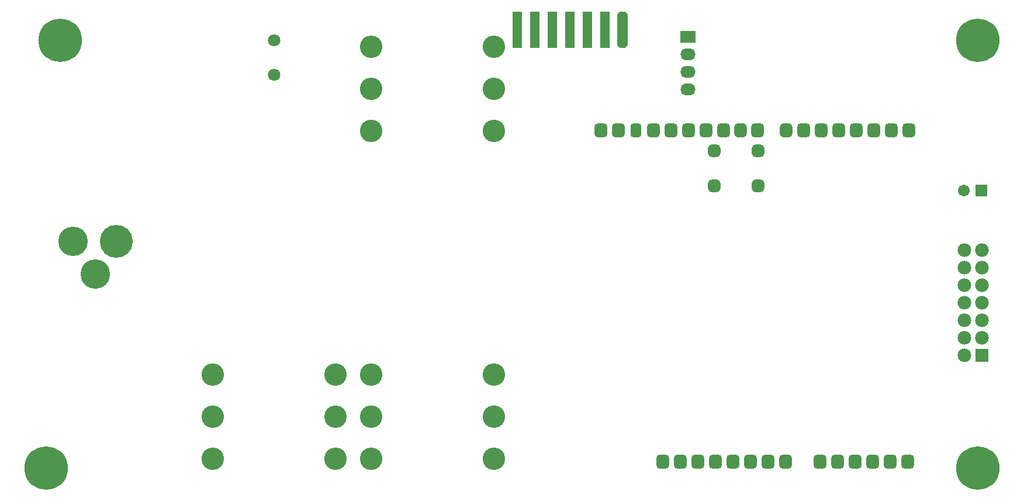
<source format=gbs>
G04 Layer_Color=16711935*
%FSLAX24Y24*%
%MOIN*%
G70*
G01*
G75*
%ADD87R,0.0580X0.2080*%
G04:AMPARAMS|DCode=102|XSize=74.9mil|YSize=78.9mil|CornerRadius=20.7mil|HoleSize=0mil|Usage=FLASHONLY|Rotation=0.000|XOffset=0mil|YOffset=0mil|HoleType=Round|Shape=RoundedRectangle|*
%AMROUNDEDRECTD102*
21,1,0.0749,0.0374,0,0,0.0*
21,1,0.0335,0.0789,0,0,0.0*
1,1,0.0415,0.0167,-0.0187*
1,1,0.0415,-0.0167,-0.0187*
1,1,0.0415,-0.0167,0.0187*
1,1,0.0415,0.0167,0.0187*
%
%ADD102ROUNDEDRECTD102*%
G04:AMPARAMS|DCode=103|XSize=63.1mil|YSize=78.9mil|CornerRadius=17.8mil|HoleSize=0mil|Usage=FLASHONLY|Rotation=0.000|XOffset=0mil|YOffset=0mil|HoleType=Round|Shape=RoundedRectangle|*
%AMROUNDEDRECTD103*
21,1,0.0631,0.0433,0,0,0.0*
21,1,0.0276,0.0789,0,0,0.0*
1,1,0.0356,0.0138,-0.0217*
1,1,0.0356,-0.0138,-0.0217*
1,1,0.0356,-0.0138,0.0217*
1,1,0.0356,0.0138,0.0217*
%
%ADD103ROUNDEDRECTD103*%
G04:AMPARAMS|DCode=104|XSize=71mil|YSize=78.9mil|CornerRadius=19.7mil|HoleSize=0mil|Usage=FLASHONLY|Rotation=0.000|XOffset=0mil|YOffset=0mil|HoleType=Round|Shape=RoundedRectangle|*
%AMROUNDEDRECTD104*
21,1,0.0710,0.0394,0,0,0.0*
21,1,0.0315,0.0789,0,0,0.0*
1,1,0.0395,0.0157,-0.0197*
1,1,0.0395,-0.0157,-0.0197*
1,1,0.0395,-0.0157,0.0197*
1,1,0.0395,0.0157,0.0197*
%
%ADD104ROUNDEDRECTD104*%
%ADD105C,0.2480*%
%ADD106C,0.0780*%
%ADD107R,0.0780X0.0780*%
%ADD108R,0.0671X0.0671*%
%ADD109C,0.0671*%
G04:AMPARAMS|DCode=110|XSize=71mil|YSize=71mil|CornerRadius=19.7mil|HoleSize=0mil|Usage=FLASHONLY|Rotation=0.000|XOffset=0mil|YOffset=0mil|HoleType=Round|Shape=RoundedRectangle|*
%AMROUNDEDRECTD110*
21,1,0.0710,0.0315,0,0,0.0*
21,1,0.0315,0.0710,0,0,0.0*
1,1,0.0395,0.0157,-0.0157*
1,1,0.0395,-0.0157,-0.0157*
1,1,0.0395,-0.0157,0.0157*
1,1,0.0395,0.0157,0.0157*
%
%ADD110ROUNDEDRECTD110*%
%ADD111O,0.0867X0.0671*%
%ADD112R,0.0867X0.0671*%
%ADD113C,0.1280*%
%ADD114C,0.0710*%
%ADD115C,0.1680*%
%ADD116C,0.1880*%
G04:AMPARAMS|DCode=117|XSize=208mil|YSize=58mil|CornerRadius=0mil|HoleSize=0mil|Usage=FLASHONLY|Rotation=270.000|XOffset=0mil|YOffset=0mil|HoleType=Round|Shape=Octagon|*
%AMOCTAGOND117*
4,1,8,-0.0145,-0.1040,0.0145,-0.1040,0.0290,-0.0895,0.0290,0.0895,0.0145,0.1040,-0.0145,0.1040,-0.0290,0.0895,-0.0290,-0.0895,-0.0145,-0.1040,0.0*
%
%ADD117OCTAGOND117*%

D87*
X161992Y94094D02*
D03*
X160992D02*
D03*
X159992D02*
D03*
X158992D02*
D03*
X157992D02*
D03*
X156992D02*
D03*
D102*
X165741Y88384D02*
D03*
X164741D02*
D03*
X162741D02*
D03*
X161741D02*
D03*
X166741D02*
D03*
X167741D02*
D03*
X168741D02*
D03*
X170698D02*
D03*
X172284Y69486D02*
D03*
X171284D02*
D03*
X170284D02*
D03*
X169284D02*
D03*
X168284D02*
D03*
X167284D02*
D03*
X166284D02*
D03*
X165284D02*
D03*
X174261D02*
D03*
X175261D02*
D03*
X176261D02*
D03*
X177261D02*
D03*
X178261D02*
D03*
X179261D02*
D03*
X179316Y88384D02*
D03*
X178316D02*
D03*
X177316D02*
D03*
X176316D02*
D03*
X175316D02*
D03*
X174316D02*
D03*
X173316D02*
D03*
D103*
X163741D02*
D03*
D104*
X169713D02*
D03*
X172316D02*
D03*
D105*
X130906Y93504D02*
D03*
X183268Y69094D02*
D03*
X130118D02*
D03*
X183268Y93504D02*
D03*
D106*
X182472Y81543D02*
D03*
X183472D02*
D03*
X182472Y80543D02*
D03*
X183472D02*
D03*
X182472Y79543D02*
D03*
X183472D02*
D03*
X182472Y78543D02*
D03*
X183472D02*
D03*
X182472Y77543D02*
D03*
X183472D02*
D03*
X182472Y76543D02*
D03*
X183472D02*
D03*
X182472Y75543D02*
D03*
D107*
X183472D02*
D03*
D108*
X183465Y84941D02*
D03*
D109*
X182465D02*
D03*
D110*
X168209Y85205D02*
D03*
X170709Y87205D02*
D03*
X168209D02*
D03*
X170709Y85205D02*
D03*
D111*
X166732Y90701D02*
D03*
Y91701D02*
D03*
Y92701D02*
D03*
D112*
Y93701D02*
D03*
D113*
X148665Y88348D02*
D03*
Y90748D02*
D03*
Y93148D02*
D03*
X155665Y88348D02*
D03*
Y90748D02*
D03*
Y93148D02*
D03*
X146610Y74447D02*
D03*
Y72047D02*
D03*
Y69647D02*
D03*
X139610Y74447D02*
D03*
Y72047D02*
D03*
Y69647D02*
D03*
X155665Y74447D02*
D03*
Y72047D02*
D03*
Y69647D02*
D03*
X148665Y74447D02*
D03*
Y72047D02*
D03*
Y69647D02*
D03*
D114*
X143110Y93504D02*
D03*
Y91535D02*
D03*
D115*
X131644Y82047D02*
D03*
X132924Y80157D02*
D03*
D116*
X134104Y82047D02*
D03*
D117*
X162992Y94094D02*
D03*
M02*

</source>
